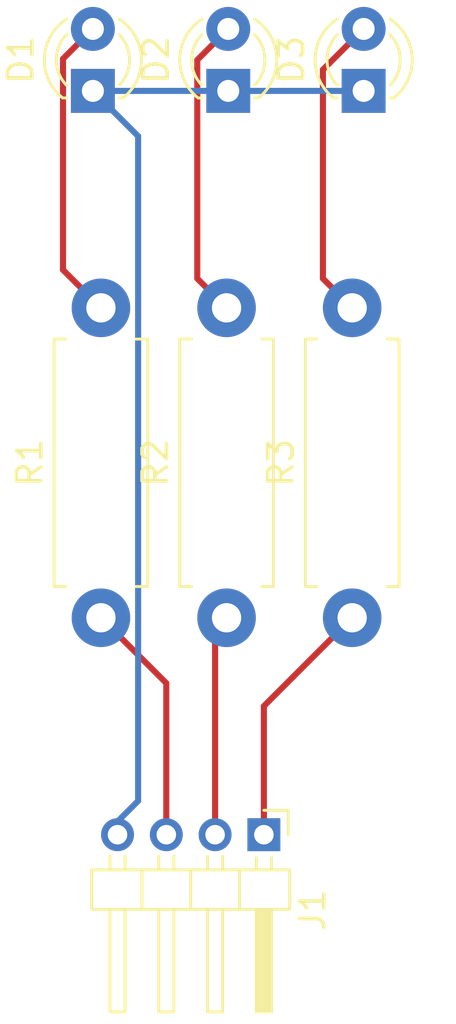
<source format=kicad_pcb>
(kicad_pcb (version 20221018) (generator pcbnew)
  (layers (0 "F.Cu" signal) (31 "B.Cu" signal) (34 "B.Paste" user) (35 "F.Paste" user) (36 "B.SilkS" user "B.Silkscreen") (37 "F.SilkS" user "F.Silkscreen") (38 "B.Mask" user) (39 "F.Mask" user) (44 "Edge.Cuts" user))
  (net 0 "")
  (net 1 "Net-(D1-K)")
  (net 2 "Net-(D1-A)")
  (net 3 "Net-(D2-A)")
  (net 4 "Net-(D3-A)")
  (net 5 "Net-(J1-Pin_1)")
  (net 6 "Net-(J1-Pin_2)")
  (net 7 "Net-(J1-Pin_3)")
  (footprint "LED_THT:LED_D3.0mm" (layer "F.Cu") (at 152.4 71.12 90)
    (fp_text reference "D2" (at 1.27 -2.96 90) (layer "F.SilkS"))
    (fp_text value "LED")
    (fp_line (start -0.29 -1.236) (end -0.29 -1.08) (stroke (width 0.12)) (layer "F.SilkS"))
    (fp_line (start -0.29 1.08) (end -0.29 1.236) (stroke (width 0.12)) (layer "F.SilkS"))
    (fp_arc (start -0.29 -1.235516) (mid 1.366487 -1.987659) (end 2.942335 -1.078608) (stroke (width 0.12)) (layer "F.SilkS"))
    (fp_arc (start 0.229039 -1.08) (mid 1.270117 -1.5) (end 2.31113 -1.079837) (stroke (width 0.12)) (layer "F.SilkS"))
    (fp_arc (start 2.31113 1.079837) (mid 1.270117 1.5) (end 0.229039 1.08) (stroke (width 0.12)) (layer "F.SilkS"))
    (fp_arc (start 2.942335 1.078608) (mid 1.366487 1.987659) (end -0.29 1.235516) (stroke (width 0.12)) (layer "F.SilkS"))
    (pad "1" thru_hole rect (at 0 0 90) (size 1.8 1.8) (drill 0.9) (layers "*.Cu" "*.Mask") (net 1 "Net-(D1-K)"))
    (pad "2" thru_hole circle (at 2.54 0 90) (size 1.8 1.8) (drill 0.9) (layers "*.Cu" "*.Mask") (net 3 "Net-(D2-A)"))
  )
  (footprint "Resistor_THT:R_Axial_DIN0411_L9.9mm_D3.6mm_P12.70mm_Horizontal" (layer "F.Cu") (at 152.33 92.71 90)
    (fp_text reference "R2" (at 6.35 -2.92 90) (layer "F.SilkS"))
    (fp_text value "R")
    (fp_line (start 1.28 -1.92) (end 11.42 -1.92) (stroke (width 0.12)) (layer "F.SilkS"))
    (fp_line (start 1.28 -1.44) (end 1.28 -1.92) (stroke (width 0.12)) (layer "F.SilkS"))
    (fp_line (start 1.28 1.44) (end 1.28 1.92) (stroke (width 0.12)) (layer "F.SilkS"))
    (fp_line (start 1.28 1.92) (end 11.42 1.92) (stroke (width 0.12)) (layer "F.SilkS"))
    (fp_line (start 11.42 -1.92) (end 11.42 -1.44) (stroke (width 0.12)) (layer "F.SilkS"))
    (fp_line (start 11.42 1.92) (end 11.42 1.44) (stroke (width 0.12)) (layer "F.SilkS"))
    (pad "1" thru_hole circle (at 0 0 90) (size 2.4 2.4) (drill 1.2) (layers "*.Cu" "*.Mask") (net 6 "Net-(J1-Pin_2)"))
    (pad "2" thru_hole oval (at 12.7 0 90) (size 2.4 2.4) (drill 1.2) (layers "*.Cu" "*.Mask") (net 3 "Net-(D2-A)"))
  )
  (footprint "LED_THT:LED_D3.0mm" (layer "F.Cu") (at 157.95 71.12 90)
    (fp_text reference "D3" (at 1.27 -2.96 90) (layer "F.SilkS"))
    (fp_text value "LED")
    (fp_line (start -0.29 -1.236) (end -0.29 -1.08) (stroke (width 0.12)) (layer "F.SilkS"))
    (fp_line (start -0.29 1.08) (end -0.29 1.236) (stroke (width 0.12)) (layer "F.SilkS"))
    (fp_arc (start -0.29 -1.235516) (mid 1.366487 -1.987659) (end 2.942335 -1.078608) (stroke (width 0.12)) (layer "F.SilkS"))
    (fp_arc (start 0.229039 -1.08) (mid 1.270117 -1.5) (end 2.31113 -1.079837) (stroke (width 0.12)) (layer "F.SilkS"))
    (fp_arc (start 2.31113 1.079837) (mid 1.270117 1.5) (end 0.229039 1.08) (stroke (width 0.12)) (layer "F.SilkS"))
    (fp_arc (start 2.942335 1.078608) (mid 1.366487 1.987659) (end -0.29 1.235516) (stroke (width 0.12)) (layer "F.SilkS"))
    (pad "1" thru_hole rect (at 0 0 90) (size 1.8 1.8) (drill 0.9) (layers "*.Cu" "*.Mask") (net 1 "Net-(D1-K)"))
    (pad "2" thru_hole circle (at 2.54 0 90) (size 1.8 1.8) (drill 0.9) (layers "*.Cu" "*.Mask") (net 4 "Net-(D3-A)"))
  )
  (footprint "Resistor_THT:R_Axial_DIN0411_L9.9mm_D3.6mm_P12.70mm_Horizontal" (layer "F.Cu") (at 147.18 92.71 90)
    (fp_text reference "R1" (at 6.35 -2.92 90) (layer "F.SilkS"))
    (fp_text value "R")
    (fp_line (start 1.28 -1.92) (end 11.42 -1.92) (stroke (width 0.12)) (layer "F.SilkS"))
    (fp_line (start 1.28 -1.44) (end 1.28 -1.92) (stroke (width 0.12)) (layer "F.SilkS"))
    (fp_line (start 1.28 1.44) (end 1.28 1.92) (stroke (width 0.12)) (layer "F.SilkS"))
    (fp_line (start 1.28 1.92) (end 11.42 1.92) (stroke (width 0.12)) (layer "F.SilkS"))
    (fp_line (start 11.42 -1.92) (end 11.42 -1.44) (stroke (width 0.12)) (layer "F.SilkS"))
    (fp_line (start 11.42 1.92) (end 11.42 1.44) (stroke (width 0.12)) (layer "F.SilkS"))
    (pad "1" thru_hole circle (at 0 0 90) (size 2.4 2.4) (drill 1.2) (layers "*.Cu" "*.Mask") (net 7 "Net-(J1-Pin_3)"))
    (pad "2" thru_hole oval (at 12.7 0 90) (size 2.4 2.4) (drill 1.2) (layers "*.Cu" "*.Mask") (net 2 "Net-(D1-A)"))
  )
  (footprint "LED_THT:LED_D3.0mm" (layer "F.Cu") (at 146.85 71.12 90)
    (fp_text reference "D1" (at 1.27 -2.96 90) (layer "F.SilkS"))
    (fp_text value "LED")
    (fp_line (start -0.29 -1.236) (end -0.29 -1.08) (stroke (width 0.12)) (layer "F.SilkS"))
    (fp_line (start -0.29 1.08) (end -0.29 1.236) (stroke (width 0.12)) (layer "F.SilkS"))
    (fp_arc (start -0.29 -1.235516) (mid 1.366487 -1.987659) (end 2.942335 -1.078608) (stroke (width 0.12)) (layer "F.SilkS"))
    (fp_arc (start 0.229039 -1.08) (mid 1.270117 -1.5) (end 2.31113 -1.079837) (stroke (width 0.12)) (layer "F.SilkS"))
    (fp_arc (start 2.31113 1.079837) (mid 1.270117 1.5) (end 0.229039 1.08) (stroke (width 0.12)) (layer "F.SilkS"))
    (fp_arc (start 2.942335 1.078608) (mid 1.366487 1.987659) (end -0.29 1.235516) (stroke (width 0.12)) (layer "F.SilkS"))
    (pad "1" thru_hole rect (at 0 0 90) (size 1.8 1.8) (drill 0.9) (layers "*.Cu" "*.Mask") (net 1 "Net-(D1-K)"))
    (pad "2" thru_hole circle (at 2.54 0 90) (size 1.8 1.8) (drill 0.9) (layers "*.Cu" "*.Mask") (net 2 "Net-(D1-A)"))
  )
  (footprint "Resistor_THT:R_Axial_DIN0411_L9.9mm_D3.6mm_P12.70mm_Horizontal" (layer "F.Cu") (at 157.48 92.71 90)
    (fp_text reference "R3" (at 6.35 -2.92 90) (layer "F.SilkS"))
    (fp_text value "R")
    (fp_line (start 1.28 -1.92) (end 11.42 -1.92) (stroke (width 0.12)) (layer "F.SilkS"))
    (fp_line (start 1.28 -1.44) (end 1.28 -1.92) (stroke (width 0.12)) (layer "F.SilkS"))
    (fp_line (start 1.28 1.44) (end 1.28 1.92) (stroke (width 0.12)) (layer "F.SilkS"))
    (fp_line (start 1.28 1.92) (end 11.42 1.92) (stroke (width 0.12)) (layer "F.SilkS"))
    (fp_line (start 11.42 -1.92) (end 11.42 -1.44) (stroke (width 0.12)) (layer "F.SilkS"))
    (fp_line (start 11.42 1.92) (end 11.42 1.44) (stroke (width 0.12)) (layer "F.SilkS"))
    (pad "1" thru_hole circle (at 0 0 90) (size 2.4 2.4) (drill 1.2) (layers "*.Cu" "*.Mask") (net 5 "Net-(J1-Pin_1)"))
    (pad "2" thru_hole oval (at 12.7 0 90) (size 2.4 2.4) (drill 1.2) (layers "*.Cu" "*.Mask") (net 4 "Net-(D3-A)"))
  )
  (footprint "Connector_PinHeader_2.00mm:PinHeader_1x04_P2.00mm_Horizontal" (layer "F.Cu") (at 153.86 101.6 -90)
    (fp_text reference "J1" (at 3.1 -2 90) (layer "F.SilkS"))
    (fp_text value "Conn_01x04")
    (fp_line (start -1 -1) (end 0 -1) (stroke (width 0.12)) (layer "F.SilkS"))
    (fp_line (start -1 0) (end -1 -1) (stroke (width 0.12)) (layer "F.SilkS"))
    (fp_line (start 0.882114 1.69) (end 1.44 1.69) (stroke (width 0.12)) (layer "F.SilkS"))
    (fp_line (start 0.882114 2.31) (end 1.44 2.31) (stroke (width 0.12)) (layer "F.SilkS"))
    (fp_line (start 0.882114 3.69) (end 1.44 3.69) (stroke (width 0.12)) (layer "F.SilkS"))
    (fp_line (start 0.882114 4.31) (end 1.44 4.31) (stroke (width 0.12)) (layer "F.SilkS"))
    (fp_line (start 0.882114 5.69) (end 1.44 5.69) (stroke (width 0.12)) (layer "F.SilkS"))
    (fp_line (start 0.882114 6.31) (end 1.44 6.31) (stroke (width 0.12)) (layer "F.SilkS"))
    (fp_line (start 0.935 -0.31) (end 1.44 -0.31) (stroke (width 0.12)) (layer "F.SilkS"))
    (fp_line (start 0.935 0.31) (end 1.44 0.31) (stroke (width 0.12)) (layer "F.SilkS"))
    (fp_line (start 1.44 -1.06) (end 1.44 7.06) (stroke (width 0.12)) (layer "F.SilkS"))
    (fp_line (start 1.44 1) (end 3.06 1) (stroke (width 0.12)) (layer "F.SilkS"))
    (fp_line (start 1.44 3) (end 3.06 3) (stroke (width 0.12)) (layer "F.SilkS"))
    (fp_line (start 1.44 5) (end 3.06 5) (stroke (width 0.12)) (layer "F.SilkS"))
    (fp_line (start 1.44 7.06) (end 3.06 7.06) (stroke (width 0.12)) (layer "F.SilkS"))
    (fp_line (start 3.06 -1.06) (end 1.44 -1.06) (stroke (width 0.12)) (layer "F.SilkS"))
    (fp_line (start 3.06 -0.31) (end 7.26 -0.31) (stroke (width 0.12)) (layer "F.SilkS"))
    (fp_line (start 3.06 -0.25) (end 7.26 -0.25) (stroke (width 0.12)) (layer "F.SilkS"))
    (fp_line (start 3.06 -0.13) (end 7.26 -0.13) (stroke (width 0.12)) (layer "F.SilkS"))
    (fp_line (start 3.06 -0.01) (end 7.26 -0.01) (stroke (width 0.12)) (layer "F.SilkS"))
    (fp_line (start 3.06 0.11) (end 7.26 0.11) (stroke (width 0.12)) (layer "F.SilkS"))
    (fp_line (start 3.06 0.23) (end 7.26 0.23) (stroke (width 0.12)) (layer "F.SilkS"))
    (fp_line (start 3.06 1.69) (end 7.26 1.69) (stroke (width 0.12)) (layer "F.SilkS"))
    (fp_line (start 3.06 3.69) (end 7.26 3.69) (stroke (width 0.12)) (layer "F.SilkS"))
    (fp_line (start 3.06 5.69) (end 7.26 5.69) (stroke (width 0.12)) (layer "F.SilkS"))
    (fp_line (start 3.06 7.06) (end 3.06 -1.06) (stroke (width 0.12)) (layer "F.SilkS"))
    (fp_line (start 7.26 -0.31) (end 7.26 0.31) (stroke (width 0.12)) (layer "F.SilkS"))
    (fp_line (start 7.26 0.31) (end 3.06 0.31) (stroke (width 0.12)) (layer "F.SilkS"))
    (fp_line (start 7.26 1.69) (end 7.26 2.31) (stroke (width 0.12)) (layer "F.SilkS"))
    (fp_line (start 7.26 2.31) (end 3.06 2.31) (stroke (width 0.12)) (layer "F.SilkS"))
    (fp_line (start 7.26 3.69) (end 7.26 4.31) (stroke (width 0.12)) (layer "F.SilkS"))
    (fp_line (start 7.26 4.31) (end 3.06 4.31) (stroke (width 0.12)) (layer "F.SilkS"))
    (fp_line (start 7.26 5.69) (end 7.26 6.31) (stroke (width 0.12)) (layer "F.SilkS"))
    (fp_line (start 7.26 6.31) (end 3.06 6.31) (stroke (width 0.12)) (layer "F.SilkS"))
    (pad "1" thru_hole rect (at 0 0 270) (size 1.35 1.35) (drill 0.8) (layers "*.Cu" "*.Mask") (net 5 "Net-(J1-Pin_1)"))
    (pad "2" thru_hole oval (at 0 2 270) (size 1.35 1.35) (drill 0.8) (layers "*.Cu" "*.Mask") (net 6 "Net-(J1-Pin_2)"))
    (pad "3" thru_hole oval (at 0 4 270) (size 1.35 1.35) (drill 0.8) (layers "*.Cu" "*.Mask") (net 7 "Net-(J1-Pin_3)"))
    (pad "4" thru_hole oval (at 0 6 270) (size 1.35 1.35) (drill 0.8) (layers "*.Cu" "*.Mask") (net 1 "Net-(D1-K)"))
  )
  (segment (start 148.705 100.215) (end 147.32 101.6) (width 0.25) (layer "B.Cu") (net 1))
  (segment (start 146.85 71.12) (end 152.4 71.12) (width 0.25) (layer "B.Cu") (net 1))
  (segment (start 148.705 72.975) (end 148.705 100.215) (width 0.25) (layer "B.Cu") (net 1))
  (segment (start 146.85 71.12) (end 148.705 72.975) (width 0.25) (layer "B.Cu") (net 1))
  (segment (start 157.95 71.12) (end 152.4 71.12) (width 0.25) (layer "B.Cu") (net 1))
  (segment (start 145.625 78.455) (end 145.625 69.805) (width 0.25) (layer "F.Cu") (net 2))
  (segment (start 147.18 80.01) (end 145.625 78.455) (width 0.25) (layer "F.Cu") (net 2))
  (segment (start 145.625 69.805) (end 146.85 68.58) (width 0.25) (layer "F.Cu") (net 2))
  (segment (start 151.13 69.85) (end 152.4 68.58) (width 0.25) (layer "F.Cu") (net 3))
  (segment (start 152.33 80.01) (end 151.13 78.81) (width 0.25) (layer "F.Cu") (net 3))
  (segment (start 151.13 78.81) (end 151.13 69.85) (width 0.25) (layer "F.Cu") (net 3))
  (segment (start 157.48 80.01) (end 156.28 78.81) (width 0.25) (layer "F.Cu") (net 4))
  (segment (start 156.28 70.25) (end 157.95 68.58) (width 0.25) (layer "F.Cu") (net 4))
  (segment (start 156.28 78.81) (end 156.28 70.25) (width 0.25) (layer "F.Cu") (net 4))
  (segment (start 153.86 101.6) (end 153.86 96.33) (width 0.25) (layer "F.Cu") (net 5))
  (segment (start 153.86 96.33) (end 157.48 92.71) (width 0.25) (layer "F.Cu") (net 5))
  (segment (start 151.86 93.18) (end 152.33 92.71) (width 0.25) (layer "F.Cu") (net 6))
  (segment (start 151.86 101.6) (end 151.86 93.18) (width 0.25) (layer "F.Cu") (net 6))
  (segment (start 149.86 101.6) (end 149.86 95.39) (width 0.25) (layer "F.Cu") (net 7))
  (segment (start 149.86 95.39) (end 147.18 92.71) (width 0.25) (layer "F.Cu") (net 7))
)
</source>
